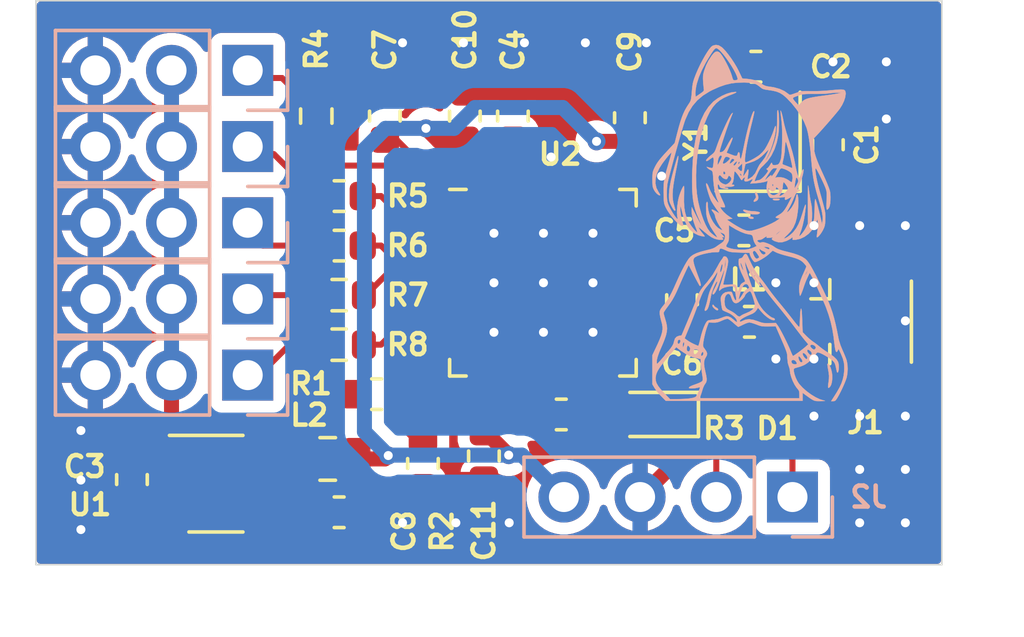
<source format=kicad_pcb>
(kicad_pcb (version 20241229) (generator "pcbnew") (generator_version "9.0")
  (title_block (title "ble-receiver") (date "2021-04-11") (rev "1.0") (company "dossalab"))
  (layers (0 "F.Cu" signal) (2 "B.Cu" signal) (13 "F.Paste" user) (15 "B.Paste" user) (5 "F.SilkS" user "F.Silkscreen") (7 "B.SilkS" user "B.Silkscreen") (1 "F.Mask" user) (3 "B.Mask" user) (25 "Edge.Cuts" user))
  (net 0 "")
  (net 1 "+3V3")
  (net 2 "GND")
  (net 3 "Net-(U2-XC1)")
  (net 4 "+BATT")
  (net 5 "Net-(U2-XC2)")
  (net 6 "/DCDC_OUT")
  (net 7 "Net-(U2-DEC4)")
  (net 8 "Net-(U2-DEC3)")
  (net 9 "Net-(U2-ANT)")
  (net 10 "Net-(U2-DEC1)")
  (net 11 "Net-(D1-A)")
  (net 12 "Net-(J1-In)")
  (net 13 "Net-(J3-Pin_1)")
  (net 14 "Net-(J4-Pin_1)")
  (net 15 "Net-(J5-Pin_1)")
  (net 16 "Net-(J6-Pin_1)")
  (net 17 "/SWDCLK")
  (net 18 "/SWDIO")
  (net 19 "Net-(J7-Pin_1)")
  (net 20 "/BATTERY_LEVEL")
  (net 21 "/STATUS_LED")
  (net 22 "/CH1")
  (net 23 "/CH2")
  (net 24 "/CH3")
  (net 25 "/CH4")
  (net 26 "/CH5")
  (footprint "Package_DFN_QFN:QFN-48-1EP_6x6mm_P0.4mm_EP4.6x4.6mm" (layer "F.Cu") (at 103 46.4)
    (property "Reference" "U2" (at 0.573 -4.285 0) (layer "F.SilkS") (effects (font (size 0.7 0.7))))
    (property "Value" "nRF52832-QFxx")
    (pad "1" smd roundrect (at -2.95 -2.2) (size 0.8 0.2) (layers "F.Cu" "F.Mask" "F.Paste") (net 10 "Net-(U2-DEC1)"))
    (pad "2" smd roundrect (at -2.95 -1.8) (size 0.8 0.2) (layers "F.Cu" "F.Mask" "F.Paste") (net 22 "/CH1"))
    (pad "3" smd roundrect (at -2.95 -1.4) (size 0.8 0.2) (layers "F.Cu" "F.Mask" "F.Paste") (net 23 "/CH2"))
    (pad "4" smd roundrect (at -2.95 -1) (size 0.8 0.2) (layers "F.Cu" "F.Mask" "F.Paste") (net 24 "/CH3"))
    (pad "5" smd roundrect (at -2.95 -0.6) (size 0.8 0.2) (layers "F.Cu" "F.Mask" "F.Paste") (net 25 "/CH4"))
    (pad "6" smd roundrect (at -2.95 -0.2) (size 0.8 0.2) (layers "F.Cu" "F.Mask" "F.Paste") (net 26 "/CH5"))
    (pad "7" smd roundrect (at -2.95 0.2) (size 0.8 0.2) (layers "F.Cu" "F.Mask" "F.Paste") (net 20 "/BATTERY_LEVEL"))
    (pad "8" smd roundrect (at -2.95 0.6) (size 0.8 0.2) (layers "F.Cu" "F.Mask" "F.Paste"))
    (pad "9" smd roundrect (at -2.95 1) (size 0.8 0.2) (layers "F.Cu" "F.Mask" "F.Paste"))
    (pad "10" smd roundrect (at -2.95 1.4) (size 0.8 0.2) (layers "F.Cu" "F.Mask" "F.Paste"))
    (pad "11" smd roundrect (at -2.95 1.8) (size 0.8 0.2) (layers "F.Cu" "F.Mask" "F.Paste"))
    (pad "12" smd roundrect (at -2.95 2.2) (size 0.8 0.2) (layers "F.Cu" "F.Mask" "F.Paste"))
    (pad "13" smd roundrect (at -2.2 2.95) (size 0.2 0.8) (layers "F.Cu" "F.Mask" "F.Paste") (net 1 "+3V3"))
    (pad "14" smd roundrect (at -1.8 2.95) (size 0.2 0.8) (layers "F.Cu" "F.Mask" "F.Paste") (net 21 "/STATUS_LED"))
    (pad "15" smd roundrect (at -1.4 2.95) (size 0.2 0.8) (layers "F.Cu" "F.Mask" "F.Paste"))
    (pad "16" smd roundrect (at -1 2.95) (size 0.2 0.8) (layers "F.Cu" "F.Mask" "F.Paste"))
    (pad "17" smd roundrect (at -0.6 2.95) (size 0.2 0.8) (layers "F.Cu" "F.Mask" "F.Paste"))
    (pad "18" smd roundrect (at -0.2 2.95) (size 0.2 0.8) (layers "F.Cu" "F.Mask" "F.Paste"))
    (pad "19" smd roundrect (at 0.2 2.95) (size 0.2 0.8) (layers "F.Cu" "F.Mask" "F.Paste"))
    (pad "20" smd roundrect (at 0.6 2.95) (size 0.2 0.8) (layers "F.Cu" "F.Mask" "F.Paste"))
    (pad "21" smd roundrect (at 1 2.95) (size 0.2 0.8) (layers "F.Cu" "F.Mask" "F.Paste"))
    (pad "22" smd roundrect (at 1.4 2.95) (size 0.2 0.8) (layers "F.Cu" "F.Mask" "F.Paste"))
    (pad "23" smd roundrect (at 1.8 2.95) (size 0.2 0.8) (layers "F.Cu" "F.Mask" "F.Paste"))
    (pad "24" smd roundrect (at 2.2 2.95) (size 0.2 0.8) (layers "F.Cu" "F.Mask" "F.Paste"))
    (pad "25" smd roundrect (at 2.95 2.2) (size 0.8 0.2) (layers "F.Cu" "F.Mask" "F.Paste") (net 17 "/SWDCLK"))
    (pad "26" smd roundrect (at 2.95 1.8) (size 0.8 0.2) (layers "F.Cu" "F.Mask" "F.Paste") (net 18 "/SWDIO"))
    (pad "27" smd roundrect (at 2.95 1.4) (size 0.8 0.2) (layers "F.Cu" "F.Mask" "F.Paste"))
    (pad "28" smd roundrect (at 2.95 1) (size 0.8 0.2) (layers "F.Cu" "F.Mask" "F.Paste"))
    (pad "29" smd roundrect (at 2.95 0.6) (size 0.8 0.2) (layers "F.Cu" "F.Mask" "F.Paste"))
    (pad "30" smd roundrect (at 2.95 0.2) (size 0.8 0.2) (layers "F.Cu" "F.Mask" "F.Paste") (net 9 "Net-(U2-ANT)"))
    (pad "31" smd roundrect (at 2.95 -0.2) (size 0.8 0.2) (layers "F.Cu" "F.Mask" "F.Paste") (net 2 "GND"))
    (pad "32" smd roundrect (at 2.95 -0.6) (size 0.8 0.2) (layers "F.Cu" "F.Mask" "F.Paste"))
    (pad "33" smd roundrect (at 2.95 -1) (size 0.8 0.2) (layers "F.Cu" "F.Mask" "F.Paste") (net 8 "Net-(U2-DEC3)"))
    (pad "34" smd roundrect (at 2.95 -1.4) (size 0.8 0.2) (layers "F.Cu" "F.Mask" "F.Paste") (net 3 "Net-(U2-XC1)"))
    (pad "35" smd roundrect (at 2.95 -1.8) (size 0.8 0.2) (layers "F.Cu" "F.Mask" "F.Paste") (net 5 "Net-(U2-XC2)"))
    (pad "36" smd roundrect (at 2.95 -2.2) (size 0.8 0.2) (layers "F.Cu" "F.Mask" "F.Paste") (net 1 "+3V3"))
    (pad "37" smd roundrect (at 2.2 -2.95) (size 0.2 0.8) (layers "F.Cu" "F.Mask" "F.Paste"))
    (pad "38" smd roundrect (at 1.8 -2.95) (size 0.2 0.8) (layers "F.Cu" "F.Mask" "F.Paste"))
    (pad "39" smd roundrect (at 1.4 -2.95) (size 0.2 0.8) (layers "F.Cu" "F.Mask" "F.Paste"))
    (pad "40" smd roundrect (at 1 -2.95) (size 0.2 0.8) (layers "F.Cu" "F.Mask" "F.Paste"))
    (pad "41" smd roundrect (at 0.6 -2.95) (size 0.2 0.8) (layers "F.Cu" "F.Mask" "F.Paste"))
    (pad "42" smd roundrect (at 0.2 -2.95) (size 0.2 0.8) (layers "F.Cu" "F.Mask" "F.Paste"))
    (pad "43" smd roundrect (at -0.2 -2.95) (size 0.2 0.8) (layers "F.Cu" "F.Mask" "F.Paste"))
    (pad "44" smd roundrect (at -0.6 -2.95) (size 0.2 0.8) (layers "F.Cu" "F.Mask" "F.Paste"))
    (pad "45" smd roundrect (at -1 -2.95) (size 0.2 0.8) (layers "F.Cu" "F.Mask" "F.Paste") (net 2 "GND"))
    (pad "46" smd roundrect (at -1.4 -2.95) (size 0.2 0.8) (layers "F.Cu" "F.Mask" "F.Paste") (net 7 "Net-(U2-DEC4)"))
    (pad "47" smd roundrect (at -1.8 -2.95) (size 0.2 0.8) (layers "F.Cu" "F.Mask" "F.Paste"))
    (pad "48" smd roundrect (at -2.2 -2.95) (size 0.2 0.8) (layers "F.Cu" "F.Mask" "F.Paste") (net 1 "+3V3"))
    (pad "49" smd rect (at 0 0) (size 4.6 4.6) (layers "F.Cu" "F.Mask") (net 2 "GND"))
  )
  (footprint "Capacitor_SMD:C_0603_1608Metric" (layer "F.Cu") (at 105.9 40.9 -90)
    (property "Reference" "C9" (at -2.2 0 270) (layer "F.SilkS") (effects (font (size 0.7 0.7))))
    (property "Value" "4.7uF")
    (pad "1" smd roundrect (at -0.7875 0 270) (size 0.875 0.95) (layers "F.Cu" "F.Mask" "F.Paste") (net 2 "GND"))
    (pad "2" smd roundrect (at 0.7875 0 270) (size 0.875 0.95) (layers "F.Cu" "F.Mask" "F.Paste") (net 1 "+3V3"))
  )
  (footprint "Capacitor_SMD:C_0603_1608Metric" (layer "F.Cu") (at 100.398 40.845 -90)
    (property "Reference" "C10" (at -2.545 0 90) (layer "F.SilkS") (effects (font (size 0.7 0.7))))
    (property "Value" "100n")
    (pad "1" smd roundrect (at -0.7875 0 270) (size 0.875 0.95) (layers "F.Cu" "F.Mask" "F.Paste") (net 2 "GND"))
    (pad "2" smd roundrect (at 0.7875 0 270) (size 0.875 0.95) (layers "F.Cu" "F.Mask" "F.Paste") (net 1 "+3V3"))
  )
  (footprint "Capacitor_SMD:C_0603_1608Metric" (layer "F.Cu") (at 101.033 52.1735 90)
    (property "Reference" "C11" (at -2.4835 0 90) (layer "F.SilkS") (effects (font (size 0.7 0.7))))
    (property "Value" "100n")
    (pad "1" smd roundrect (at -0.7875 0 90) (size 0.875 0.95) (layers "F.Cu" "F.Mask" "F.Paste") (net 2 "GND"))
    (pad "2" smd roundrect (at 0.7875 0 90) (size 0.875 0.95) (layers "F.Cu" "F.Mask" "F.Paste") (net 1 "+3V3"))
  )
  (footprint "Capacitor_SMD:C_0603_1608Metric" (layer "F.Cu") (at 102 40.845 -90)
    (property "Reference" "C4" (at -2.2 0 90) (layer "F.SilkS") (effects (font (size 0.7 0.7))))
    (property "Value" "1uF")
    (pad "1" smd roundrect (at -0.7875 0 270) (size 0.875 0.95) (layers "F.Cu" "F.Mask" "F.Paste") (net 2 "GND"))
    (pad "2" smd roundrect (at 0.7875 0 270) (size 0.875 0.95) (layers "F.Cu" "F.Mask" "F.Paste") (net 7 "Net-(U2-DEC4)"))
  )
  (footprint "Capacitor_SMD:C_0603_1608Metric" (layer "F.Cu") (at 109.7 44.655 180)
    (property "Reference" "C5" (at 2.317 -0.009 0) (layer "F.SilkS") (effects (font (size 0.7 0.7))))
    (property "Value" "100pF")
    (pad "1" smd roundrect (at -0.7875 0 180) (size 0.875 0.95) (layers "F.Cu" "F.Mask" "F.Paste") (net 2 "GND"))
    (pad "2" smd roundrect (at 0.7875 0 180) (size 0.875 0.95) (layers "F.Cu" "F.Mask" "F.Paste") (net 8 "Net-(U2-DEC3)"))
  )
  (footprint "Capacitor_SMD:C_0603_1608Metric" (layer "F.Cu") (at 97.731 40.845 -90)
    (property "Reference" "C7" (at -2.2 0 90) (layer "F.SilkS") (effects (font (size 0.7 0.7))))
    (property "Value" "100n")
    (pad "1" smd roundrect (at -0.7875 0 270) (size 0.875 0.95) (layers "F.Cu" "F.Mask" "F.Paste") (net 2 "GND"))
    (pad "2" smd roundrect (at 0.7875 0 270) (size 0.875 0.95) (layers "F.Cu" "F.Mask" "F.Paste") (net 10 "Net-(U2-DEC1)"))
  )
  (footprint "Capacitor_SMD:C_0603_1608Metric" (layer "F.Cu") (at 112.5 41.8 90)
    (property "Reference" "C1" (at 0 1.3 270) (layer "F.SilkS") (effects (font (size 0.7 0.7))))
    (property "Value" "12pF")
    (pad "1" smd roundrect (at -0.7875 0 90) (size 0.875 0.95) (layers "F.Cu" "F.Mask" "F.Paste") (net 3 "Net-(U2-XC1)"))
    (pad "2" smd roundrect (at 0.7875 0 90) (size 0.875 0.95) (layers "F.Cu" "F.Mask" "F.Paste") (net 2 "GND"))
  )
  (footprint "Capacitor_SMD:C_0603_1608Metric" (layer "F.Cu") (at 110.1 39.2)
    (property "Reference" "C2" (at 2.5 0 0) (layer "F.SilkS") (effects (font (size 0.7 0.7))))
    (property "Value" "12pF")
    (pad "1" smd roundrect (at -0.7875 0) (size 0.875 0.95) (layers "F.Cu" "F.Mask" "F.Paste") (net 5 "Net-(U2-XC2)"))
    (pad "2" smd roundrect (at 0.7875 0) (size 0.875 0.95) (layers "F.Cu" "F.Mask" "F.Paste") (net 2 "GND"))
  )
  (footprint "Crystal:Crystal_SMD_2520-4Pin_2.5x2.0mm" (layer "F.Cu") (at 110.175 41.7 90)
    (property "Reference" "Y1" (at 0 -2.075 90) (layer "F.SilkS") (effects (font (size 0.7 0.7))))
    (property "Value" "32Mhz")
    (pad "1" smd rect (at -0.875 0.7 90) (size 1.15 1) (layers "F.Cu" "F.Mask" "F.Paste") (net 3 "Net-(U2-XC1)"))
    (pad "2" smd rect (at 0.875 0.7 90) (size 1.15 1) (layers "F.Cu" "F.Mask" "F.Paste") (net 2 "GND"))
    (pad "3" smd rect (at 0.875 -0.7 90) (size 1.15 1) (layers "F.Cu" "F.Mask" "F.Paste") (net 5 "Net-(U2-XC2)"))
    (pad "4" smd rect (at -0.875 -0.7 90) (size 1.15 1) (layers "F.Cu" "F.Mask" "F.Paste") (net 2 "GND"))
  )
  (footprint "Resistor_SMD:R_0603_1608Metric" (layer "F.Cu") (at 96.207 43.512 180)
    (property "Reference" "R5" (at -2.2875 0 0) (layer "F.SilkS") (effects (font (size 0.7 0.7))))
    (property "Value" "220")
    (pad "1" smd roundrect (at -0.7875 0 180) (size 0.875 0.95) (layers "F.Cu" "F.Mask" "F.Paste") (net 23 "/CH2"))
    (pad "2" smd roundrect (at 0.7875 0 180) (size 0.875 0.95) (layers "F.Cu" "F.Mask" "F.Paste") (net 14 "Net-(J4-Pin_1)"))
  )
  (footprint "Resistor_SMD:R_0603_1608Metric" (layer "F.Cu") (at 103.6125 50.792)
    (property "Reference" "R3" (at 5.4215 0.467 0) (layer "F.SilkS") (effects (font (size 0.7 0.7))))
    (property "Value" "220")
    (pad "1" smd roundrect (at -0.7875 0) (size 0.875 0.95) (layers "F.Cu" "F.Mask" "F.Paste") (net 21 "/STATUS_LED"))
    (pad "2" smd roundrect (at 0.7875 0) (size 0.875 0.95) (layers "F.Cu" "F.Mask" "F.Paste") (net 11 "Net-(D1-A)"))
  )
  (footprint "Capacitor_SMD:C_0603_1608Metric" (layer "F.Cu") (at 89.3 52.962 90)
    (property "Reference" "C3" (at 0.433 -1.578 0) (layer "F.SilkS") (effects (font (size 0.7 0.7))))
    (property "Value" "4.7uF")
    (pad "1" smd roundrect (at -0.7875 0 90) (size 0.875 0.95) (layers "F.Cu" "F.Mask" "F.Paste") (net 2 "GND"))
    (pad "2" smd roundrect (at 0.7875 0 90) (size 0.875 0.95) (layers "F.Cu" "F.Mask" "F.Paste") (net 4 "+BATT"))
  )
  (footprint "Capacitor_SMD:C_0603_1608Metric" (layer "F.Cu") (at 96.207 54.053 180)
    (property "Reference" "C8" (at -2.159 -0.635 90) (layer "F.SilkS") (effects (font (size 0.7 0.7))))
    (property "Value" "10uF")
    (pad "1" smd roundrect (at -0.7875 0 180) (size 0.875 0.95) (layers "F.Cu" "F.Mask" "F.Paste") (net 2 "GND"))
    (pad "2" smd roundrect (at 0.7875 0 180) (size 0.875 0.95) (layers "F.Cu" "F.Mask" "F.Paste") (net 1 "+3V3"))
  )
  (footprint "Inductor_SMD:L_0805_2012Metric" (layer "F.Cu") (at 95.826 52.275)
    (property "Reference" "L2" (at -0.6175 -1.4605 180) (layer "F.SilkS") (effects (font (size 0.7 0.7))))
    (property "Value" "10uH")
    (pad "1" smd roundrect (at -0.9375 0) (size 0.975 1.4) (layers "F.Cu" "F.Mask" "F.Paste") (net 6 "/DCDC_OUT"))
    (pad "2" smd roundrect (at 0.9375 0) (size 0.975 1.4) (layers "F.Cu" "F.Mask" "F.Paste") (net 1 "+3V3"))
  )
  (footprint "LED_SMD:LED_0603_1608Metric" (layer "F.Cu") (at 106.7 50.792 180)
    (property "Reference" "D1" (at -4.112 -0.467 180) (layer "F.SilkS") (effects (font (size 0.7 0.7))))
    (property "Value" "LED")
    (pad "1" smd roundrect (at -0.7875 0 180) (size 0.875 0.95) (layers "F.Cu" "F.Mask" "F.Paste") (net 2 "GND"))
    (pad "2" smd roundrect (at 0.7875 0 180) (size 0.875 0.95) (layers "F.Cu" "F.Mask" "F.Paste") (net 11 "Net-(D1-A)"))
  )
  (footprint "Capacitor_SMD:C_0603_1608Metric" (layer "F.Cu") (at 107.637 46.9665 -90)
    (property "Reference" "C6" (at 2.1335 0 180) (layer "F.SilkS") (effects (font (size 0.7 0.7))))
    (property "Value" "0.8pF")
    (pad "1" smd roundrect (at -0.7875 0 270) (size 0.875 0.95) (layers "F.Cu" "F.Mask" "F.Paste") (net 2 "GND"))
    (pad "2" smd roundrect (at 0.7875 0 270) (size 0.875 0.95) (layers "F.Cu" "F.Mask" "F.Paste") (net 9 "Net-(U2-ANT)"))
  )
  (footprint "Inductor_SMD:L_0603_1608Metric" (layer "F.Cu") (at 109.885 47.703 180)
    (property "Reference" "L1" (at 0.0255 1.397 0) (layer "F.SilkS") (effects (font (size 0.7 0.7))))
    (property "Value" "3.9nH")
    (pad "1" smd roundrect (at -0.7875 0 180) (size 0.875 0.95) (layers "F.Cu" "F.Mask" "F.Paste") (net 12 "Net-(J1-In)"))
    (pad "2" smd roundrect (at 0.7875 0 180) (size 0.875 0.95) (layers "F.Cu" "F.Mask" "F.Paste") (net 9 "Net-(U2-ANT)"))
  )
  (footprint "Resistor_SMD:R_0603_1608Metric" (layer "F.Cu") (at 96.207 45.163 180)
    (property "Reference" "R6" (at -2.286 0 0) (layer "F.SilkS") (effects (font (size 0.7 0.7))))
    (property "Value" "220")
    (pad "1" smd roundrect (at -0.7875 0 180) (size 0.875 0.95) (layers "F.Cu" "F.Mask" "F.Paste") (net 24 "/CH3"))
    (pad "2" smd roundrect (at 0.7875 0 180) (size 0.875 0.95) (layers "F.Cu" "F.Mask" "F.Paste") (net 15 "Net-(J5-Pin_1)"))
  )
  (footprint "Resistor_SMD:R_0603_1608Metric" (layer "F.Cu") (at 97.4565 50.116)
    (property "Reference" "R1" (at -2.1845 -0.3485 180) (layer "F.SilkS") (effects (font (size 0.7 0.7))))
    (property "Value" "6.8k")
    (pad "1" smd roundrect (at -0.7875 0) (size 0.875 0.95) (layers "F.Cu" "F.Mask" "F.Paste") (net 4 "+BATT"))
    (pad "2" smd roundrect (at 0.7875 0) (size 0.875 0.95) (layers "F.Cu" "F.Mask" "F.Paste") (net 20 "/BATTERY_LEVEL"))
  )
  (footprint "Resistor_SMD:R_0603_1608Metric" (layer "F.Cu") (at 99.001 52.4275 -90)
    (property "Reference" "R2" (at 2.2605 -0.635 90) (layer "F.SilkS") (effects (font (size 0.7 0.7))))
    (property "Value" "10k")
    (pad "1" smd roundrect (at -0.7875 0 270) (size 0.875 0.95) (layers "F.Cu" "F.Mask" "F.Paste") (net 20 "/BATTERY_LEVEL"))
    (pad "2" smd roundrect (at 0.7875 0 270) (size 0.875 0.95) (layers "F.Cu" "F.Mask" "F.Paste") (net 2 "GND"))
  )
  (footprint "Resistor_SMD:R_0603_1608Metric" (layer "F.Cu") (at 95.445 40.845 90)
    (property "Reference" "R4" (at 2.222 0 90) (layer "F.SilkS") (effects (font (size 0.7 0.7))))
    (property "Value" "220")
    (pad "1" smd roundrect (at -0.825 0 90) (size 0.8 0.95) (layers "F.Cu" "F.Mask" "F.Paste") (net 22 "/CH1"))
    (pad "2" smd roundrect (at 0.825 0 90) (size 0.8 0.95) (layers "F.Cu" "F.Mask" "F.Paste") (net 13 "Net-(J3-Pin_1)"))
  )
  (footprint "Resistor_SMD:R_0603_1608Metric" (layer "F.Cu") (at 96.207 46.814 180)
    (property "Reference" "R7" (at -2.286 0 0) (layer "F.SilkS") (effects (font (size 0.7 0.7))))
    (property "Value" "220")
    (pad "1" smd roundrect (at -0.825 0 180) (size 0.8 0.95) (layers "F.Cu" "F.Mask" "F.Paste") (net 25 "/CH4"))
    (pad "2" smd roundrect (at 0.825 0 180) (size 0.8 0.95) (layers "F.Cu" "F.Mask" "F.Paste") (net 16 "Net-(J6-Pin_1)"))
  )
  (footprint "Resistor_SMD:R_0603_1608Metric" (layer "F.Cu") (at 96.207 48.465 180)
    (property "Reference" "R8" (at -2.286 0 0) (layer "F.SilkS") (effects (font (size 0.7 0.7))))
    (property "Value" "220")
    (pad "1" smd roundrect (at -0.825 0 180) (size 0.8 0.95) (layers "F.Cu" "F.Mask" "F.Paste") (net 26 "/CH5"))
    (pad "2" smd roundrect (at 0.825 0 180) (size 0.8 0.95) (layers "F.Cu" "F.Mask" "F.Paste") (net 19 "Net-(J7-Pin_1)"))
  )
  (footprint "Connector_Coaxial:U.FL_Hirose_U.FL-R-SMT-1_Vertical" (layer "F.Cu") (at 113.4495 47.6974)
    (property "Reference" "J1" (at 0.306 3.37 0) (layer "F.SilkS") (effects (font (size 0.7 0.7))))
    (property "Value" "Conn_Coaxial")
    (pad "1" smd rect (at -1.05 0) (size 1.05 1) (layers "F.Cu" "F.Mask" "F.Paste") (net 12 "Net-(J1-In)"))
    (pad "2" smd rect (at 0.475 -1.475) (size 2.2 1.05) (layers "F.Cu" "F.Mask" "F.Paste") (net 2 "GND"))
    (pad "2" smd rect (at 0.475 1.475) (size 2.2 1.05) (layers "F.Cu" "F.Mask" "F.Paste") (net 2 "GND"))
  )
  (footprint "Package_TO_SOT_SMD:SOT-23-5" (layer "F.Cu") (at 92.1 53.1)
    (property "Reference" "U1" (at -4.2 0.7 0) (layer "F.SilkS") (effects (font (size 0.7 0.7))))
    (property "Value" "TPS62203DBV")
    (pad "1" smd rect (at -1.1 -0.95) (size 1.06 0.65) (layers "F.Cu" "F.Mask" "F.Paste") (net 4 "+BATT"))
    (pad "2" smd rect (at -1.1 0) (size 1.06 0.65) (layers "F.Cu" "F.Mask" "F.Paste") (net 2 "GND"))
    (pad "3" smd rect (at -1.1 0.95) (size 1.06 0.65) (layers "F.Cu" "F.Mask" "F.Paste") (net 4 "+BATT"))
    (pad "4" smd rect (at 1.1 0.95) (size 1.06 0.65) (layers "F.Cu" "F.Mask" "F.Paste") (net 1 "+3V3"))
    (pad "5" smd rect (at 1.1 -0.95) (size 1.06 0.65) (layers "F.Cu" "F.Mask" "F.Paste") (net 6 "/DCDC_OUT"))
  )
  (footprint "Connector_PinHeader_2.54mm:PinHeader_1x04_P2.54mm_Vertical" (layer "B.Cu") (at 111.32 53.545 90)
    (property "Reference" "J2" (at 0 2.54 0) (layer "B.SilkS") (effects (font (size 0.7 0.7)) (justify mirror)))
    (property "Value" "Conn_01x04")
    (pad "1" thru_hole rect (at 0 0 90) (size 1.7 1.7) (drill 1) (layers "*.Cu" "*.Mask") (net 18 "/SWDIO"))
    (pad "2" thru_hole oval (at 0 -2.54 90) (size 1.7 1.7) (drill 1) (layers "*.Cu" "*.Mask") (net 17 "/SWDCLK"))
    (pad "3" thru_hole oval (at 0 -5.08 90) (size 1.7 1.7) (drill 1) (layers "*.Cu" "*.Mask") (net 2 "GND"))
    (pad "4" thru_hole oval (at 0 -7.62 90) (size 1.7 1.7) (drill 1) (layers "*.Cu" "*.Mask") (net 1 "+3V3"))
  )
  (footprint "ble-receiver:PinHeader_1x03_P2.54mm_Vertical" (layer "B.Cu") (at 93.159 41.861 90)
    (property "Reference" "J4" (hide yes))
    (property "Value" "CH2")
    (pad "1" thru_hole rect (at 0 0 90) (size 1.7 1.7) (drill 1) (layers "*.Cu" "*.Mask") (net 14 "Net-(J4-Pin_1)"))
    (pad "2" thru_hole oval (at 0 -2.54 90) (size 1.7 1.7) (drill 1) (layers "*.Cu" "*.Mask") (net 4 "+BATT"))
    (pad "3" thru_hole oval (at 0 -5.08 90) (size 1.7 1.7) (drill 1) (layers "*.Cu" "*.Mask") (net 2 "GND"))
  )
  (footprint "ble-receiver:PinHeader_1x03_P2.54mm_Vertical" (layer "B.Cu") (at 93.159 44.401 90)
    (property "Reference" "J5" (hide yes))
    (property "Value" "CH3")
    (pad "1" thru_hole rect (at 0 0 90) (size 1.7 1.7) (drill 1) (layers "*.Cu" "*.Mask") (net 15 "Net-(J5-Pin_1)"))
    (pad "2" thru_hole oval (at 0 -2.54 90) (size 1.7 1.7) (drill 1) (layers "*.Cu" "*.Mask") (net 4 "+BATT"))
    (pad "3" thru_hole oval (at 0 -5.08 90) (size 1.7 1.7) (drill 1) (layers "*.Cu" "*.Mask") (net 2 "GND"))
  )
  (footprint "ble-receiver:PinHeader_1x03_P2.54mm_Vertical" (layer "B.Cu") (at 93.159 39.321 90)
    (property "Reference" "J3" (hide yes))
    (property "Value" "CH1")
    (pad "1" thru_hole rect (at 0 0 90) (size 1.7 1.7) (drill 1) (layers "*.Cu" "*.Mask") (net 13 "Net-(J3-Pin_1)"))
    (pad "2" thru_hole oval (at 0 -2.54 90) (size 1.7 1.7) (drill 1) (layers "*.Cu" "*.Mask") (net 4 "+BATT"))
    (pad "3" thru_hole oval (at 0 -5.08 90) (size 1.7 1.7) (drill 1) (layers "*.Cu" "*.Mask") (net 2 "GND"))
  )
  (footprint "ble-receiver:PinHeader_1x03_P2.54mm_Vertical" (layer "B.Cu") (at 93.159 46.941 90)
    (property "Reference" "J6" (hide yes))
    (property "Value" "CH4")
    (pad "1" thru_hole rect (at 0 0 90) (size 1.7 1.7) (drill 1) (layers "*.Cu" "*.Mask") (net 16 "Net-(J6-Pin_1)"))
    (pad "2" thru_hole oval (at 0 -2.54 90) (size 1.7 1.7) (drill 1) (layers "*.Cu" "*.Mask") (net 4 "+BATT"))
    (pad "3" thru_hole oval (at 0 -5.08 90) (size 1.7 1.7) (drill 1) (layers "*.Cu" "*.Mask") (net 2 "GND"))
  )
  (footprint "ble-receiver:PinHeader_1x03_P2.54mm_Vertical" (layer "B.Cu") (at 93.159 49.481 90)
    (property "Reference" "J7" (hide yes))
    (property "Value" "CH5")
    (pad "1" thru_hole rect (at 0 0 90) (size 1.7 1.7) (drill 1) (layers "*.Cu" "*.Mask") (net 19 "Net-(J7-Pin_1)"))
    (pad "2" thru_hole oval (at 0 -2.54 90) (size 1.7 1.7) (drill 1) (layers "*.Cu" "*.Mask") (net 4 "+BATT"))
    (pad "3" thru_hole oval (at 0 -5.08 90) (size 1.7 1.7) (drill 1) (layers "*.Cu" "*.Mask") (net 2 "GND"))
  )
  (footprint "ble-receiver:2d-girl" (layer "B.Cu") (at 109.9 44.4 180)
    (property "Reference" "G***" (hide yes))
    (property "Value" "LOGO" (hide yes))
  )
  (gr_line (start 116.3 55.8) (end 86.1 55.8) (stroke (width 0.05)) (layer "Edge.Cuts"))
  (gr_line (start 86.1 37) (end 116.3 37) (stroke (width 0.05)) (layer "Edge.Cuts"))
  (gr_line (start 86.1 55.8) (end 86.1 37) (stroke (width 0.05)) (layer "Edge.Cuts"))
  (gr_line (start 116.3 37) (end 116.3 55.8) (stroke (width 0.05)) (layer "Edge.Cuts"))
  (segment (start 101.033 51.386) (end 101.033 51.386) (width 0.2) (layer "F.Cu") (net 1))
  (segment (start 96.7635 52.275) (end 97.731 52.275) (width 0.5) (layer "F.Cu") (net 1))
  (segment (start 100.8 42.0345) (end 100.398 41.6325) (width 0.2) (layer "F.Cu") (net 1))
  (segment (start 100.398 41.6325) (end 100.398 41.6855) (width 0.2) (layer "F.Cu") (net 1))
  (segment (start 101.0965 51.386) (end 101.8585 52.148) (width 0.5) (layer "F.Cu") (net 1))
  (segment (start 99.499999 41.653999) (end 99.1 41.254) (width 0.5) (layer "F.Cu") (net 1))
  (segment (start 99.5335 41.6875) (end 99.499999 41.653999) (width 0.5) (layer "F.Cu") (net 1))
  (segment (start 100.8 50.4225) (end 101.033 50.6555) (width 0.2) (layer "F.Cu") (net 1))
  (segment (start 100.4 41.6875) (end 99.5335 41.6875) (width 0.5) (layer "F.Cu") (net 1))
  (segment (start 95.4225 54.05) (end 96.7635 52.709) (width 0.5) (layer "F.Cu") (net 1))
  (segment (start 100.8 43.45) (end 100.8 42.0345) (width 0.2) (layer "F.Cu") (net 1))
  (segment (start 105.9 41.6875) (end 104.787502 41.6875) (width 0.5) (layer "F.Cu") (net 1))
  (segment (start 93.2 54.05) (end 95.4225 54.05) (width 0.5) (layer "F.Cu") (net 1))
  (segment (start 101.033 50.6555) (end 101.033 51.386) (width 0.2) (layer "F.Cu") (net 1))
  (segment (start 105.8875 44.1375) (end 105.95 44.2) (width 0.2) (layer "F.Cu") (net 1))
  (segment (start 96.7635 52.709) (end 96.7635 52.275) (width 0.5) (layer "F.Cu") (net 1))
  (segment (start 100.398 41.6855) (end 100.4 41.6875) (width 0.2) (layer "F.Cu") (net 1))
  (segment (start 97.731 52.275) (end 97.858 52.148) (width 0.5) (layer "F.Cu") (net 1))
  (segment (start 101.033 51.386) (end 101.0965 51.386) (width 0.5) (layer "F.Cu") (net 1))
  (segment (start 105.8875 41.9) (end 105.8875 44.1375) (width 0.2) (layer "F.Cu") (net 1))
  (segment (start 100.8 49.35) (end 100.8 50.4225) (width 0.2) (layer "F.Cu") (net 1))
  (via (at 99.100004 41.253996) (size 0.6) (drill 0.3) (layers "F.Cu" "B.Cu") (net 1))
  (via (at 101.85851 52.148) (size 0.6) (drill 0.3) (layers "F.Cu" "B.Cu") (net 1))
  (via (at 97.844004 52.162) (size 0.6) (drill 0.3) (layers "F.Cu" "B.Cu") (net 1))
  (via (at 104.787502 41.6875) (size 0.6) (drill 0.3) (layers "F.Cu" "B.Cu") (net 1))
  (segment (start 103.7 53.545) (end 102.303 52.148) (width 0.5) (layer "B.Cu") (net 1))
  (segment (start 97.05 41.957) (end 97.753004 41.253996) (width 0.5) (layer "B.Cu") (net 1))
  (segment (start 101.85851 52.148) (end 97.858004 52.148) (width 0.5) (layer "B.Cu") (net 1))
  (segment (start 104.7875 41.6875) (end 104.7875 41.6875) (width 0.5) (layer "B.Cu") (net 1))
  (segment (start 97.05 51.367996) (end 97.05 41.957) (width 0.5) (layer "B.Cu") (net 1))
  (segment (start 100.733 40.56) (end 103.660002 40.56) (width 0.5) (layer "B.Cu") (net 1))
  (segment (start 97.844004 52.162) (end 97.05 51.367996) (width 0.5) (layer "B.Cu") (net 1))
  (segment (start 100.039004 41.253996) (end 100.733 40.56) (width 0.5) (layer "B.Cu") (net 1))
  (segment (start 102.303 52.148) (end 101.85851 52.148) (width 0.5) (layer "B.Cu") (net 1))
  (segment (start 97.858004 52.148) (end 97.844004 52.162) (width 0.5) (layer "B.Cu") (net 1))
  (segment (start 103.660002 40.56) (end 104.787502 41.6875) (width 0.5) (layer "B.Cu") (net 1))
  (segment (start 99.100004 41.253996) (end 100.039004 41.253996) (width 0.5) (layer "B.Cu") (net 1))
  (segment (start 97.753004 41.253996) (end 99.100004 41.253996) (width 0.5) (layer "B.Cu") (net 1))
  (segment (start 103.1 42.3) (end 103.1 42) (width 0.2) (layer "F.Cu") (net 2))
  (segment (start 105.95 46.2) (end 103.2 46.2) (width 0.2) (layer "F.Cu") (net 2))
  (segment (start 107.616 46.2) (end 107.637 46.179) (width 0.2) (layer "F.Cu") (net 2))
  (segment (start 102 45.4) (end 103 46.4) (width 0.2) (layer "F.Cu") (net 2))
  (segment (start 89.9495 53.1) (end 89.3 53.7495) (width 0.5) (layer "F.Cu") (net 2))
  (segment (start 107.4875 52.3125) (end 107.4875 50.792) (width 0.5) (layer "F.Cu") (net 2))
  (segment (start 105.95 46.2) (end 107.616 46.2) (width 0.2) (layer "F.Cu") (net 2))
  (segment (start 103.1 42.3) (end 103.1 42.3) (width 0.2) (layer "F.Cu") (net 2))
  (segment (start 103.2 46.2) (end 103 46.4) (width 0.2) (layer "F.Cu") (net 2))
  (segment (start 106.24 53.545) (end 106.255 53.545) (width 0.5) (layer "F.Cu") (net 2))
  (segment (start 102 43.45) (end 102 42.8) (width 0.2) (layer "F.Cu") (net 2))
  (segment (start 102.904 42.496) (end 103.1 42.3) (width 0.2) (layer "F.Cu") (net 2))
  (segment (start 102 43.45) (end 102 45.4) (width 0.2) (layer "F.Cu") (net 2))
  (segment (start 106.255 53.545) (end 107.4875 52.3125) (width 0.5) (layer "F.Cu") (net 2))
  (segment (start 103.1 42) (end 103.1 41.7) (width 0.2) (layer "F.Cu") (net 2))
  (segment (start 102.304 42.496) (end 102.904 42.496) (width 0.2) (layer "F.Cu") (net 2))
  (segment (start 109.475 42.359998) (end 110.875 40.959998) (width 0.2) (layer "F.Cu") (net 2))
  (segment (start 102 42.8) (end 102.304 42.496) (width 0.2) (layer "F.Cu") (net 2))
  (segment (start 91 53.1) (end 89.9495 53.1) (width 0.5) (layer "F.Cu") (net 2))
  (via (at 87.598 54.63) (size 0.6) (drill 0.3) (layers "F.Cu" "B.Cu") (net 2))
  (via (at 106.448 38.401) (size 0.6) (drill 0.3) (layers "F.Cu" "B.Cu") (net 2))
  (via (at 103.273 42.211) (size 0.6) (drill 0.3) (layers "F.Cu" "B.Cu") (net 2))
  (via (at 110.766 48.942) (size 0.6) (drill 0.3) (layers "F.Cu" "B.Cu") (net 2))
  (via (at 113.56 52.625) (size 0.6) (drill 0.3) (layers "F.Cu" "B.Cu") (net 2))
  (via (at 112.036 46.402) (size 0.6) (drill 0.3) (layers "F.Cu" "B.Cu") (net 2))
  (via (at 98.32 54.403) (size 0.6) (drill 0.3) (layers "F.Cu" "B.Cu") (net 2))
  (via (at 104.67 46.402) (size 0.6) (drill 0.3) (layers "F.Cu" "B.Cu") (net 2))
  (via (at 104.67 48.053) (size 0.6) (drill 0.3) (layers "F.Cu" "B.Cu") (net 2))
  (via (at 87.598 52.979) (size 0.6) (drill 0.3) (layers "F.Cu" "B.Cu") (net 2))
  (via (at 100.352 38.401) (size 0.6) (drill 0.3) (layers "F.Cu" "B.Cu") (net 2))
  (via (at 102.384 38.401) (size 0.6) (drill 0.3) (layers "F.Cu" "B.Cu") (net 2))
  (via (at 115.084 44.497) (size 0.6) (drill 0.3) (layers "F.Cu" "B.Cu") (net 2))
  (via (at 106.956 42.846) (size 0.6) (drill 0.3) (layers "F.Cu" "B.Cu") (net 2))
  (via (at 104.416 38.401) (size 0.6) (drill 0.3) (layers "F.Cu" "B.Cu") (net 2))
  (via (at 115.084 54.403) (size 0.6) (drill 0.3) (layers "F.Cu" "B.Cu") (net 2))
  (via (at 115.084 52.625) (size 0.6) (drill 0.3) (layers "F.Cu" "B.Cu") (net 2))
  (via (at 101.368 46.402) (size 0.6) (drill 0.3) (layers "F.Cu" "B.Cu") (net 2))
  (via (at 112.036 44.497) (size 0.6) (drill 0.3) (layers "F.Cu" "B.Cu") (net 2))
  (via (at 87.598 51.328) (size 0.6) (drill 0.3) (layers "F.Cu" "B.Cu") (net 2))
  (via (at 114.449 39.036) (size 0.6) (drill 0.3) (layers "F.Cu" "B.Cu") (net 2))
  (via (at 101.368 44.751) (size 0.6) (drill 0.3) (layers "F.Cu" "B.Cu") (net 2))
  (via (at 100.098 54.403) (size 0.6) (drill 0.3) (layers "F.Cu" "B.Cu") (net 2))
  (via (at 112.036 48.942) (size 0.6) (drill 0.3) (layers "F.Cu" "B.Cu") (net 2))
  (via (at 103.019 48.053) (size 0.6) (drill 0.3) (layers "F.Cu" "B.Cu") (net 2))
  (via (at 113.56 44.497) (size 0.6) (drill 0.3) (layers "F.Cu" "B.Cu") (net 2))
  (via (at 112.671 39.036) (size 0.6) (drill 0.3) (layers "F.Cu" "B.Cu") (net 2))
  (via (at 112.036 50.847) (size 0.6) (drill 0.3) (layers "F.Cu" "B.Cu") (net 2))
  (via (at 113.56 54.403) (size 0.6) (drill 0.3) (layers "F.Cu" "B.Cu") (net 2))
  (via (at 103.019 44.751) (size 0.6) (drill 0.3) (layers "F.Cu" "B.Cu") (net 2))
  (via (at 113.56 50.847) (size 0.6) (drill 0.3) (layers "F.Cu" "B.Cu") (net 2))
  (via (at 103.019 46.402) (size 0.6) (drill 0.3) (layers "F.Cu" "B.Cu") (net 2))
  (via (at 104.67 44.751) (size 0.6) (drill 0.3) (layers "F.Cu" "B.Cu") (net 2))
  (via (at 101.876 54.403) (size 0.6) (drill 0.3) (layers "F.Cu" "B.Cu") (net 2))
  (via (at 101.368 48.053) (size 0.6) (drill 0.3) (layers "F.Cu" "B.Cu") (net 2))
  (via (at 114.449 40.941) (size 0.6) (drill 0.3) (layers "F.Cu" "B.Cu") (net 2))
  (via (at 115.084 50.847) (size 0.6) (drill 0.3) (layers "F.Cu" "B.Cu") (net 2))
  (via (at 110.766 46.402) (size 0.6) (drill 0.3) (layers "F.Cu" "B.Cu") (net 2))
  (via (at 98.32 38.401) (size 0.6) (drill 0.3) (layers "F.Cu" "B.Cu") (net 2))
  (via (at 115.084 47.672) (size 0.6) (drill 0.3) (layers "F.Cu" "B.Cu") (net 2))
  (segment (start 108.261 43.65) (end 106.911 45) (width 0.2) (layer "F.Cu") (net 3))
  (segment (start 106.911 45) (end 105.95 45) (width 0.2) (layer "F.Cu") (net 3))
  (segment (start 110.875 42.575) (end 110.875 43.325) (width 0.2) (layer "F.Cu") (net 3))
  (segment (start 110.875 43.325) (end 110.55 43.65) (width 0.2) (layer "F.Cu") (net 3))
  (segment (start 112.5 42.5875) (end 110.8875 42.5875) (width 0.2) (layer "F.Cu") (net 3))
  (segment (start 110.55 43.65) (end 108.261 43.65) (width 0.2) (layer "F.Cu") (net 3))
  (segment (start 90.619 51.131) (end 90.619 50.878) (width 0.5) (layer "F.Cu") (net 4))
  (segment (start 90.619 50.878) (end 90.746 51.005) (width 0.2) (layer "F.Cu") (net 4))
  (segment (start 91.95 54.05) (end 91 54.05) (width 0.2) (layer "F.Cu") (net 4))
  (segment (start 92.2 53.8) (end 91.95 54.05) (width 0.2) (layer "F.Cu") (net 4))
  (segment (start 92.2 52.43325) (end 92.2 53.8) (width 0.2) (layer "F.Cu") (net 4))
  (segment (start 91.91675 52.15) (end 92.2 52.43325) (width 0.2) (layer "F.Cu") (net 4))
  (segment (start 94.429 51.005) (end 95.318 50.116) (width 0.2) (layer "F.Cu") (net 4))
  (segment (start 89.3 52.1745) (end 89.3 51.6) (width 0.5) (layer "F.Cu") (net 4))
  (segment (start 89.3 51.6) (end 89.55 51.35) (width 0.5) (layer "F.Cu") (net 4))
  (segment (start 95.318 50.116) (end 96.669 50.116) (width 0.2) (layer "F.Cu") (net 4))
  (segment (start 89.55 51.35) (end 90.4 51.35) (width 0.5) (layer "F.Cu") (net 4))
  (segment (start 90.619 50.878) (end 90.619 49.735) (width 0.5) (layer "F.Cu") (net 4))
  (segment (start 91 52.15) (end 90.9755 52.1745) (width 0.5) (layer "F.Cu") (net 4))
  (segment (start 90.746 51.005) (end 94.429 51.005) (width 0.2) (layer "F.Cu") (net 4))
  (segment (start 91 52.15) (end 91.91675 52.15) (width 0.2) (layer "F.Cu") (net 4))
  (segment (start 90.4 51.35) (end 90.619 51.131) (width 0.5) (layer "F.Cu") (net 4))
  (segment (start 90.9755 52.1745) (end 89.3 52.1745) (width 0.5) (layer "F.Cu") (net 4))
  (segment (start 90.619 49.481) (end 90.619 39.321) (width 0.5) (layer "B.Cu") (net 4))
  (segment (start 108.475 40.825) (end 108.1 41.2) (width 0.2) (layer "F.Cu") (net 5))
  (segment (start 108.1 43.176) (end 106.676 44.6) (width 0.2) (layer "F.Cu") (net 5))
  (segment (start 109.475 40.825) (end 108.475 40.825) (width 0.2) (layer "F.Cu") (net 5))
  (segment (start 109.475 40.825) (end 109.475 39.2625) (width 0.2) (layer "F.Cu") (net 5))
  (segment (start 106.676 44.6) (end 105.95 44.6) (width 0.2) (layer "F.Cu") (net 5))
  (segment (start 108.1 41.2) (end 108.1 43.176) (width 0.2) (layer "F.Cu") (net 5))
  (segment (start 93.2 52.15) (end 94.8455 52.15) (width 0.5) (layer "F.Cu") (net 6))
  (segment (start 94.8455 52.15) (end 94.9075 52.212) (width 0.5) (layer "F.Cu") (net 6))
  (segment (start 101.6 43.45) (end 101.6 42.0325) (width 0.2) (layer "F.Cu") (net 7))
  (segment (start 101.6 42.0325) (end 102 41.6325) (width 0.2) (layer "F.Cu") (net 7))
  (segment (start 105.95 45.4) (end 107.146 45.4) (width 0.2) (layer "F.Cu") (net 8))
  (segment (start 107.891 44.655) (end 108.9125 44.655) (width 0.2) (layer "F.Cu") (net 8))
  (segment (start 107.146 45.4) (end 107.891 44.655) (width 0.2) (layer "F.Cu") (net 8))
  (segment (start 106.8115 47.2585) (end 106.8115 46.941) (width 0.2) (layer "F.Cu") (net 9))
  (segment (start 107.307 47.754) (end 106.8115 47.2585) (width 0.2) (layer "F.Cu") (net 9))
  (segment (start 109.11 47.754) (end 109.161 47.703) (width 0.5) (layer "F.Cu") (net 9))
  (segment (start 107.637 47.754) (end 107.307 47.754) (width 0.2) (layer "F.Cu") (net 9))
  (segment (start 106.4705 46.6) (end 105.95 46.6) (width 0.2) (layer "F.Cu") (net 9))
  (segment (start 107.637 47.754) (end 109.11 47.754) (width 0.5) (layer "F.Cu") (net 9))
  (segment (start 106.8115 46.941) (end 106.4705 46.6) (width 0.2) (layer "F.Cu") (net 9))
  (segment (start 98.148 41.658) (end 97.731 41.658) (width 0.2) (layer "F.Cu") (net 10))
  (segment (start 100.05 44.2) (end 100.05 43.56) (width 0.2) (layer "F.Cu") (net 10))
  (segment (start 100.05 43.56) (end 98.148 41.658) (width 0.2) (layer "F.Cu") (net 10))
  (segment (start 104.4 50.792) (end 105.9125 50.792) (width 0.5) (layer "F.Cu") (net 11))
  (segment (start 112.201 47.703) (end 112.25 47.752) (width 0.5) (layer "F.Cu") (net 12))
  (segment (start 110.6725 47.703) (end 112.3939 47.703) (width 1) (layer "F.Cu") (net 12))
  (segment (start 112.3939 47.703) (end 112.3995 47.6974) (width 1) (layer "F.Cu") (net 12))
  (segment (start 112.3505 47.703) (end 112.3995 47.752) (width 0.8) (layer "F.Cu") (net 12))
  (segment (start 93.159 39.575) (end 94.302 39.575) (width 0.2) (layer "F.Cu") (net 13))
  (segment (start 94.747 40.02) (end 95.445 40.02) (width 0.2) (layer "F.Cu") (net 13))
  (segment (start 94.302 39.575) (end 94.747 40.02) (width 0.2) (layer "F.Cu") (net 13))
  (segment (start 95.4195 43.5015) (end 95.4195 43.512) (width 0.2) (layer "F.Cu") (net 14))
  (segment (start 94.033 42.115) (end 95.4195 43.5015) (width 0.2) (layer "F.Cu") (net 14))
  (segment (start 93.159 42.115) (end 94.033 42.115) (width 0.2) (layer "F.Cu") (net 14))
  (segment (start 93.159 44.655) (end 93.667 45.163) (width 0.2) (layer "F.Cu") (net 15))
  (segment (start 93.667 45.163) (end 95.4195 45.163) (width 0.2) (layer "F.Cu") (net 15))
  (segment (start 93.54 46.814) (end 95.382 46.814) (width 0.2) (layer "F.Cu") (net 16))
  (segment (start 93.159 47.195) (end 93.54 46.814) (width 0.2) (layer "F.Cu") (net 16))
  (segment (start 106.375 48.6) (end 105.95 48.6) (width 0.2) (layer "F.Cu") (net 17))
  (segment (start 108.78 53.545) (end 108.78 50.639) (width 0.2) (layer "F.Cu") (net 17))
  (segment (start 108.0715 49.9305) (end 107.007 49.9305) (width 0.2) (layer "F.Cu") (net 17))
  (segment (start 107.007 49.9305) (end 106.621 49.5445) (width 0.2) (layer "F.Cu") (net 17))
  (segment (start 108.78 50.639) (end 108.0715 49.9305) (width 0.2) (layer "F.Cu") (net 17))
  (segment (start 106.621 48.846) (end 106.375 48.6) (width 0.2) (layer "F.Cu") (net 17))
  (segment (start 106.621 49.5445) (end 106.621 48.846) (width 0.2) (layer "F.Cu") (net 17))
  (segment (start 111.32 52.275) (end 108.495 49.45) (width 0.2) (layer "F.Cu") (net 18))
  (segment (start 107.591 49.45) (end 107.129 48.988) (width 0.2) (layer "F.Cu") (net 18))
  (segment (start 107.129 48.988) (end 107.129 48.719) (width 0.2) (layer "F.Cu") (net 18))
  (segment (start 106.61 48.2) (end 105.95 48.2) (width 0.2) (layer "F.Cu") (net 18))
  (segment (start 107.129 48.719) (end 106.61 48.2) (width 0.2) (layer "F.Cu") (net 18))
  (segment (start 108.495 49.45) (end 107.591 49.45) (width 0.2) (layer "F.Cu") (net 18))
  (segment (start 111.32 53.545) (end 111.32 52.275) (width 0.2) (layer "F.Cu") (net 18))
  (segment (start 111.32 53.545) (end 111.32 52.798) (width 0.2) (layer "F.Cu") (net 18))
  (segment (start 94.556 48.465) (end 95.382 48.465) (width 0.2) (layer "F.Cu") (net 19))
  (segment (start 93.286 49.735) (end 94.556 48.465) (width 0.2) (layer "F.Cu") (net 19))
  (segment (start 93.159 49.735) (end 93.286 49.735) (width 0.2) (layer "F.Cu") (net 19))
  (segment (start 99.001 46.814) (end 99.001 49.785) (width 0.2) (layer "F.Cu") (net 20))
  (segment (start 98.732 51.64) (end 99.001 51.64) (width 0.2) (layer "F.Cu") (net 20))
  (segment (start 99.215 46.6) (end 99.001 46.814) (width 0.2) (layer "F.Cu") (net 20))
  (segment (start 100.05 46.6) (end 99.215 46.6) (width 0.2) (layer "F.Cu") (net 20))
  (segment (start 98.193 50.116) (end 98.193 51.101) (width 0.2) (layer "F.Cu") (net 20))
  (segment (start 98.67 50.116) (end 98.193 50.116) (width 0.2) (layer "F.Cu") (net 20))
  (segment (start 98.193 51.101) (end 98.732 51.64) (width 0.2) (layer "F.Cu") (net 20))
  (segment (start 99.001 49.785) (end 98.67 50.116) (width 0.2) (layer "F.Cu") (net 20))
  (segment (start 101.885998 50.685998) (end 101.2 50) (width 0.2) (layer "F.Cu") (net 21))
  (segment (start 102.825 50.792) (end 102.718998 50.685998) (width 0.2) (layer "F.Cu") (net 21))
  (segment (start 101.2 50) (end 101.2 49.35) (width 0.2) (layer "F.Cu") (net 21))
  (segment (start 102.718998 50.685998) (end 101.885998 50.685998) (width 0.2) (layer "F.Cu") (net 21))
  (segment (start 98.6675 44.3215) (end 98.6675 43.3055) (width 0.2) (layer "F.Cu") (net 22))
  (segment (start 100.05 44.6) (end 98.946 44.6) (width 0.2) (layer "F.Cu") (net 22))
  (segment (start 96.08 42.496) (end 95.445 41.861) (width 0.2) (layer "F.Cu") (net 22))
  (segment (start 95.445 41.861) (end 95.445 41.67) (width 0.2) (layer "F.Cu") (net 22))
  (segment (start 97.858 42.496) (end 96.08 42.496) (width 0.2) (layer "F.Cu") (net 22))
  (segment (start 98.6675 43.3055) (end 97.858 42.496) (width 0.2) (layer "F.Cu") (net 22))
  (segment (start 98.946 44.6) (end 98.6675 44.3215) (width 0.2) (layer "F.Cu") (net 22))
  (segment (start 96.9945 43.512) (end 97.604 43.512) (width 0.2) (layer "F.Cu") (net 23))
  (segment (start 98.06125 43.96925) (end 98.06125 44.57875) (width 0.2) (layer "F.Cu") (net 23))
  (segment (start 98.06125 44.57875) (end 98.4825 45) (width 0.2) (layer "F.Cu") (net 23))
  (segment (start 97.604 43.512) (end 98.06125 43.96925) (width 0.2) (layer "F.Cu") (net 23))
  (segment (start 98.4825 45) (end 100.05 45) (width 0.2) (layer "F.Cu") (net 23))
  (segment (start 97.841 45.4) (end 97.604 45.163) (width 0.2) (layer "F.Cu") (net 24))
  (segment (start 97.604 45.163) (end 96.9945 45.163) (width 0.2) (layer "F.Cu") (net 24))
  (segment (start 100.05 45.4) (end 97.841 45.4) (width 0.2) (layer "F.Cu") (net 24))
  (segment (start 96.9945 45.163) (end 96.9945 45.29) (width 0.2) (layer "F.Cu") (net 24))
  (segment (start 97.096 46.814) (end 97.032 46.814) (width 0.2) (layer "F.Cu") (net 25))
  (segment (start 98.11 45.8) (end 97.096 46.814) (width 0.2) (layer "F.Cu") (net 25))
  (segment (start 100.05 45.8) (end 98.11 45.8) (width 0.2) (layer "F.Cu") (net 25))
  (segment (start 98.112 47.957) (end 97.604 48.465) (width 0.2) (layer "F.Cu") (net 26))
  (segment (start 97.604 48.465) (end 97.032 48.465) (width 0.2) (layer "F.Cu") (net 26))
  (segment (start 100.05 46.2) (end 98.853 46.2) (width 0.2) (layer "F.Cu") (net 26))
  (segment (start 98.853 46.2) (end 98.112 46.941) (width 0.2) (layer "F.Cu") (net 26))
  (segment (start 98.112 46.941) (end 98.112 47.957) (width 0.2) (layer "F.Cu") (net 26))
  (zone (net 2) (net_name "GND") (layer "F.Cu") (connect_pads no (clearance 0.1838)) (min_thickness 0.1) (fill yes (thermal_gap 0.3) (thermal_bridge_width 0.508))
    (polygon (pts (xy 112.544 48.942) (xy 110.258 48.942) (xy 110.258 46.402) (xy 112.544 46.402)))
  )
  (zone (net 2) (net_name "GND") (layer "F.Cu") (connect_pads (clearance 0.4)) (min_thickness 0.254) (fill yes (thermal_gap 0.3) (thermal_bridge_width 0.508))
    (polygon (pts (xy 116.3 55.8) (xy 86.1 55.8) (xy 86.1 37) (xy 116.3 37)))
  )
  (zone (net 0) (net_name "") (layer "F.Cu") (connect_pads (clearance 0)) (min_thickness 0.254)
    (keepout (tracks allowed) (vias allowed) (pads allowed) (copperpour not_allowed) (footprints allowed))
    (fill (thermal_gap 0.508) (thermal_bridge_width 0.508))
    (polygon (pts (xy 110.258 45.386) (xy 110.258 51.228) (xy 106.702 51.228) (xy 102.257 51.228) (xy 102.257 50.085) (xy 106.702 50.085) (xy 106.702 45.386)))
  )
  (zone (net 2) (net_name "GND") (layer "B.Cu") (connect_pads (clearance 0.4)) (min_thickness 0.254) (fill yes (thermal_gap 0.3) (thermal_bridge_width 0.508))
    (polygon (pts (xy 116.4 55.8) (xy 86.1 55.8) (xy 86.1 37) (xy 116.4 37)))
  )
)
</source>
